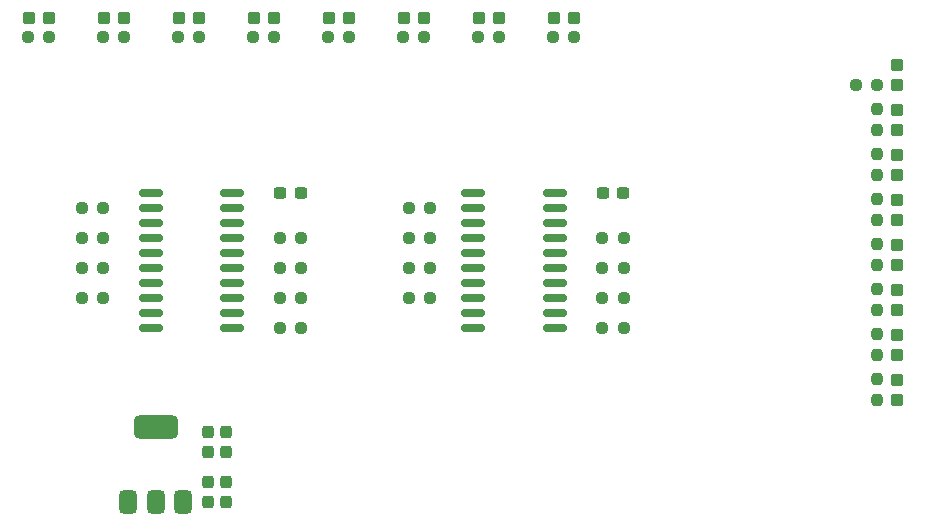
<source format=gbr>
%TF.GenerationSoftware,KiCad,Pcbnew,8.0.4*%
%TF.CreationDate,2024-07-26T10:39:13-07:00*%
%TF.ProjectId,BALD,42414c44-2e6b-4696-9361-645f70636258,0*%
%TF.SameCoordinates,Original*%
%TF.FileFunction,Paste,Top*%
%TF.FilePolarity,Positive*%
%FSLAX46Y46*%
G04 Gerber Fmt 4.6, Leading zero omitted, Abs format (unit mm)*
G04 Created by KiCad (PCBNEW 8.0.4) date 2024-07-26 10:39:13*
%MOMM*%
%LPD*%
G01*
G04 APERTURE LIST*
G04 Aperture macros list*
%AMRoundRect*
0 Rectangle with rounded corners*
0 $1 Rounding radius*
0 $2 $3 $4 $5 $6 $7 $8 $9 X,Y pos of 4 corners*
0 Add a 4 corners polygon primitive as box body*
4,1,4,$2,$3,$4,$5,$6,$7,$8,$9,$2,$3,0*
0 Add four circle primitives for the rounded corners*
1,1,$1+$1,$2,$3*
1,1,$1+$1,$4,$5*
1,1,$1+$1,$6,$7*
1,1,$1+$1,$8,$9*
0 Add four rect primitives between the rounded corners*
20,1,$1+$1,$2,$3,$4,$5,0*
20,1,$1+$1,$4,$5,$6,$7,0*
20,1,$1+$1,$6,$7,$8,$9,0*
20,1,$1+$1,$8,$9,$2,$3,0*%
G04 Aperture macros list end*
%ADD10RoundRect,0.237500X-0.250000X-0.237500X0.250000X-0.237500X0.250000X0.237500X-0.250000X0.237500X0*%
%ADD11RoundRect,0.237500X-0.300000X-0.237500X0.300000X-0.237500X0.300000X0.237500X-0.300000X0.237500X0*%
%ADD12RoundRect,0.250000X-0.300000X-0.250000X0.300000X-0.250000X0.300000X0.250000X-0.300000X0.250000X0*%
%ADD13RoundRect,0.237500X-0.237500X0.250000X-0.237500X-0.250000X0.237500X-0.250000X0.237500X0.250000X0*%
%ADD14RoundRect,0.237500X0.250000X0.237500X-0.250000X0.237500X-0.250000X-0.237500X0.250000X-0.237500X0*%
%ADD15RoundRect,0.237500X0.237500X-0.300000X0.237500X0.300000X-0.237500X0.300000X-0.237500X-0.300000X0*%
%ADD16RoundRect,0.237500X-0.237500X0.300000X-0.237500X-0.300000X0.237500X-0.300000X0.237500X0.300000X0*%
%ADD17RoundRect,0.250000X-0.250000X0.300000X-0.250000X-0.300000X0.250000X-0.300000X0.250000X0.300000X0*%
%ADD18RoundRect,0.150000X-0.837500X-0.150000X0.837500X-0.150000X0.837500X0.150000X-0.837500X0.150000X0*%
%ADD19RoundRect,0.375000X0.375000X-0.625000X0.375000X0.625000X-0.375000X0.625000X-0.375000X-0.625000X0*%
%ADD20RoundRect,0.500000X1.400000X-0.500000X1.400000X0.500000X-1.400000X0.500000X-1.400000X-0.500000X0*%
G04 APERTURE END LIST*
D10*
%TO.C,R18*%
X49552220Y27571700D03*
X51377220Y27571700D03*
%TD*%
D11*
%TO.C,C3*%
X76907220Y33921700D03*
X78632220Y33921700D03*
%TD*%
D10*
%TO.C,R20*%
X49552220Y22491700D03*
X51377220Y22491700D03*
%TD*%
D12*
%TO.C,D15*%
X34628720Y48742600D03*
X36328720Y48742600D03*
%TD*%
D13*
%TO.C,R12*%
X100121720Y29627200D03*
X100121720Y27802200D03*
%TD*%
D14*
%TO.C,R23*%
X34613220Y30111700D03*
X32788220Y30111700D03*
%TD*%
D10*
%TO.C,R7*%
X76857220Y27571700D03*
X78682220Y27571700D03*
%TD*%
%TO.C,R1*%
X76857220Y22491700D03*
X78682220Y22491700D03*
%TD*%
D14*
%TO.C,R4*%
X62299220Y27571700D03*
X60474220Y27571700D03*
%TD*%
D10*
%TO.C,R6*%
X76857220Y30111700D03*
X78682220Y30111700D03*
%TD*%
D15*
%TO.C,C1*%
X45003720Y7759700D03*
X45003720Y9484700D03*
%TD*%
D16*
%TO.C,C8*%
X43479720Y13702200D03*
X43479720Y11977200D03*
%TD*%
D10*
%TO.C,R17*%
X49552220Y30111700D03*
X51377220Y30111700D03*
%TD*%
D12*
%TO.C,D12*%
X53678720Y48742600D03*
X55378720Y48742600D03*
%TD*%
D17*
%TO.C,D1*%
X101793040Y18122000D03*
X101793040Y16422000D03*
%TD*%
D16*
%TO.C,C9*%
X45003720Y13702200D03*
X45003720Y11977200D03*
%TD*%
D17*
%TO.C,D3*%
X101793040Y25742000D03*
X101793040Y24042000D03*
%TD*%
D14*
%TO.C,R2*%
X62299220Y32651700D03*
X60474220Y32651700D03*
%TD*%
D13*
%TO.C,R9*%
X100121720Y18197200D03*
X100121720Y16372200D03*
%TD*%
D15*
%TO.C,C2*%
X43479720Y7759700D03*
X43479720Y9484700D03*
%TD*%
D10*
%TO.C,R32*%
X34566220Y47129700D03*
X36391220Y47129700D03*
%TD*%
%TO.C,R30*%
X47266220Y47129700D03*
X49091220Y47129700D03*
%TD*%
D12*
%TO.C,D11*%
X60028720Y48742600D03*
X61728720Y48742600D03*
%TD*%
D14*
%TO.C,R21*%
X34613220Y32651700D03*
X32788220Y32651700D03*
%TD*%
D12*
%TO.C,D10*%
X66378720Y48742600D03*
X68078720Y48742600D03*
%TD*%
D13*
%TO.C,R13*%
X100121720Y33437200D03*
X100121720Y31612200D03*
%TD*%
D10*
%TO.C,R27*%
X66316220Y47129700D03*
X68141220Y47129700D03*
%TD*%
D17*
%TO.C,D7*%
X101793040Y40982000D03*
X101793040Y39282000D03*
%TD*%
D13*
%TO.C,R11*%
X100121720Y25817200D03*
X100121720Y23992200D03*
%TD*%
D10*
%TO.C,R33*%
X28216220Y47129700D03*
X30041220Y47129700D03*
%TD*%
D18*
%TO.C,U2*%
X38620220Y33921700D03*
X38620220Y32651700D03*
X38620220Y31381700D03*
X38620220Y30111700D03*
X38620220Y28841700D03*
X38620220Y27571700D03*
X38620220Y26301700D03*
X38620220Y25031700D03*
X38620220Y23761700D03*
X38620220Y22491700D03*
X45545220Y22491700D03*
X45545220Y23761700D03*
X45545220Y25031700D03*
X45545220Y26301700D03*
X45545220Y27571700D03*
X45545220Y28841700D03*
X45545220Y30111700D03*
X45545220Y31381700D03*
X45545220Y32651700D03*
X45545220Y33921700D03*
%TD*%
D10*
%TO.C,R16*%
X98320220Y43065700D03*
X100145220Y43065700D03*
%TD*%
D12*
%TO.C,D16*%
X28278720Y48742600D03*
X29978720Y48742600D03*
%TD*%
D10*
%TO.C,R28*%
X59966220Y47129700D03*
X61791220Y47129700D03*
%TD*%
D17*
%TO.C,D5*%
X101793040Y33362000D03*
X101793040Y31662000D03*
%TD*%
%TO.C,D2*%
X101793040Y21932000D03*
X101793040Y20232000D03*
%TD*%
D10*
%TO.C,R29*%
X53616220Y47129700D03*
X55441220Y47129700D03*
%TD*%
D14*
%TO.C,R24*%
X34613220Y27571700D03*
X32788220Y27571700D03*
%TD*%
D13*
%TO.C,R14*%
X100121720Y37247200D03*
X100121720Y35422200D03*
%TD*%
D17*
%TO.C,D8*%
X101793040Y44792000D03*
X101793040Y43092000D03*
%TD*%
%TO.C,D4*%
X101793040Y29552000D03*
X101793040Y27852000D03*
%TD*%
D10*
%TO.C,R8*%
X76857220Y25031700D03*
X78682220Y25031700D03*
%TD*%
D19*
%TO.C,U4*%
X36734720Y7784700D03*
X39034720Y7784700D03*
X41334720Y7784700D03*
D20*
X39034720Y14084700D03*
%TD*%
D10*
%TO.C,R19*%
X49552220Y25031700D03*
X51377220Y25031700D03*
%TD*%
D11*
%TO.C,C4*%
X49602220Y33921700D03*
X51327220Y33921700D03*
%TD*%
D13*
%TO.C,R15*%
X100121720Y41057200D03*
X100121720Y39232200D03*
%TD*%
D12*
%TO.C,D9*%
X72728720Y48742600D03*
X74428720Y48742600D03*
%TD*%
D10*
%TO.C,R26*%
X72666220Y47129700D03*
X74491220Y47129700D03*
%TD*%
D12*
%TO.C,D14*%
X40978720Y48742600D03*
X42678720Y48742600D03*
%TD*%
D10*
%TO.C,R31*%
X40916220Y47129700D03*
X42741220Y47129700D03*
%TD*%
D18*
%TO.C,U1*%
X65925220Y33921700D03*
X65925220Y32651700D03*
X65925220Y31381700D03*
X65925220Y30111700D03*
X65925220Y28841700D03*
X65925220Y27571700D03*
X65925220Y26301700D03*
X65925220Y25031700D03*
X65925220Y23761700D03*
X65925220Y22491700D03*
X72850220Y22491700D03*
X72850220Y23761700D03*
X72850220Y25031700D03*
X72850220Y26301700D03*
X72850220Y27571700D03*
X72850220Y28841700D03*
X72850220Y30111700D03*
X72850220Y31381700D03*
X72850220Y32651700D03*
X72850220Y33921700D03*
%TD*%
D17*
%TO.C,D6*%
X101793040Y37172000D03*
X101793040Y35472000D03*
%TD*%
D14*
%TO.C,R3*%
X62299220Y30111700D03*
X60474220Y30111700D03*
%TD*%
D12*
%TO.C,D13*%
X47328720Y48742600D03*
X49028720Y48742600D03*
%TD*%
D14*
%TO.C,R22*%
X34613220Y25031700D03*
X32788220Y25031700D03*
%TD*%
%TO.C,R5*%
X62299220Y25031700D03*
X60474220Y25031700D03*
%TD*%
D13*
%TO.C,R10*%
X100121720Y22007200D03*
X100121720Y20182200D03*
%TD*%
M02*

</source>
